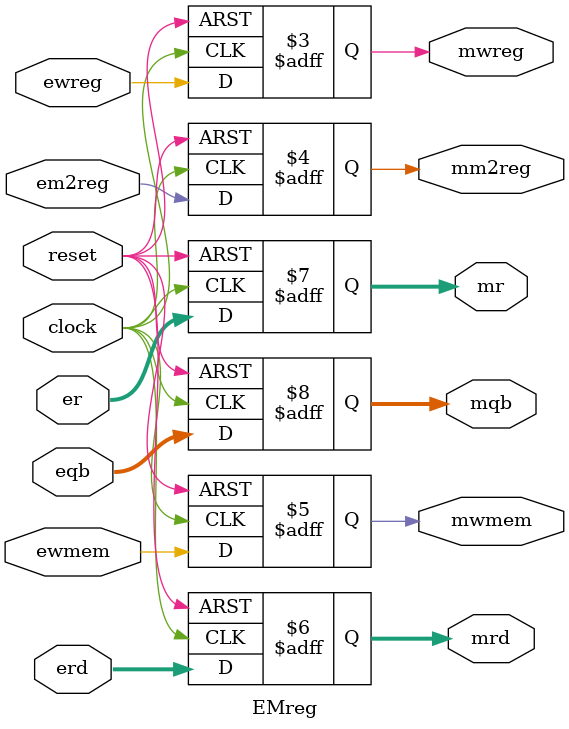
<source format=v>
`timescale 1ns / 1ps
module EMreg(
  input clock, reset,
  input ewreg, em2reg, ewmem,
  input [4:0]erd,
  input [31:0]er, eqb,
  
  output mwreg, mm2reg, mwmem,
  output [4:0]mrd,
  output [31:0]mr, mqb
    );

  reg mwreg, mm2reg, mwmem;
  reg [4:0]mrd;
  reg [31:0]mr, mqb;
  
  always @(negedge reset or posedge clock)
    if (reset == 0)
	   begin
		  mwreg <= 0;
		  mm2reg <= 0;
		  mwmem <= 0;
		  mrd <= 0;
		  mr <= 0;
		  mqb <= 0;
		end
	 else
	   begin 
		  mwreg <= ewreg;
		  mm2reg <= em2reg;
		  mwmem <= ewmem;
		  mrd <= erd;
		  mr <= er;
		  mqb <= eqb;
		end
endmodule

</source>
